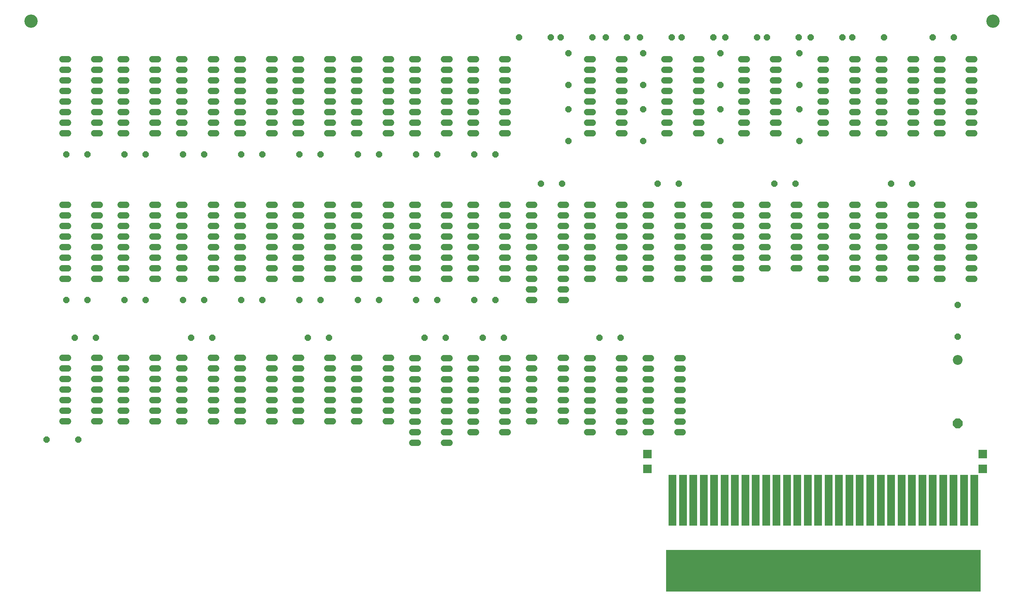
<source format=gts>
G75*
%MOIN*%
%OFA0B0*%
%FSLAX25Y25*%
%IPPOS*%
%LPD*%
%AMOC8*
5,1,8,0,0,1.08239X$1,22.5*
%
%ADD10C,0.12611*%
%ADD11R,2.97244X0.39370*%
%ADD12R,0.07874X0.07874*%
%ADD13R,0.07493X0.48044*%
%ADD14C,0.06000*%
%ADD15OC8,0.06000*%
%ADD16C,0.09300*%
%ADD17OC8,0.09300*%
D10*
X0021079Y0544370D03*
X0930528Y0544370D03*
D11*
X0770094Y0024685D03*
D12*
X0920685Y0121142D03*
X0920685Y0134921D03*
X0603756Y0134921D03*
X0603756Y0121142D03*
D13*
X0627378Y0091220D03*
X0637220Y0091220D03*
X0647063Y0091220D03*
X0656906Y0091220D03*
X0666748Y0091220D03*
X0676591Y0091220D03*
X0686433Y0091220D03*
X0696276Y0091220D03*
X0706118Y0091220D03*
X0715961Y0091220D03*
X0725803Y0091220D03*
X0735646Y0091220D03*
X0745488Y0091220D03*
X0755331Y0091220D03*
X0765173Y0091220D03*
X0775016Y0091220D03*
X0784858Y0091220D03*
X0794701Y0091220D03*
X0804543Y0091220D03*
X0814386Y0091220D03*
X0824228Y0091220D03*
X0834071Y0091220D03*
X0843913Y0091220D03*
X0853756Y0091220D03*
X0863598Y0091220D03*
X0873441Y0091220D03*
X0883283Y0091220D03*
X0893126Y0091220D03*
X0902969Y0091220D03*
X0912811Y0091220D03*
D14*
X0637104Y0155827D02*
X0631904Y0155827D01*
X0631904Y0165827D02*
X0637104Y0165827D01*
X0637104Y0175827D02*
X0631904Y0175827D01*
X0631904Y0185827D02*
X0637104Y0185827D01*
X0637104Y0195827D02*
X0631904Y0195827D01*
X0631904Y0205827D02*
X0637104Y0205827D01*
X0637104Y0215827D02*
X0631904Y0215827D01*
X0631904Y0225827D02*
X0637104Y0225827D01*
X0607104Y0225827D02*
X0601904Y0225827D01*
X0601904Y0215827D02*
X0607104Y0215827D01*
X0607104Y0205827D02*
X0601904Y0205827D01*
X0601904Y0195827D02*
X0607104Y0195827D01*
X0607104Y0185827D02*
X0601904Y0185827D01*
X0601904Y0175827D02*
X0607104Y0175827D01*
X0607104Y0165827D02*
X0601904Y0165827D01*
X0601904Y0155827D02*
X0607104Y0155827D01*
X0581986Y0155827D02*
X0576786Y0155827D01*
X0576786Y0165827D02*
X0581986Y0165827D01*
X0581986Y0175827D02*
X0576786Y0175827D01*
X0576786Y0185827D02*
X0581986Y0185827D01*
X0581986Y0195827D02*
X0576786Y0195827D01*
X0576786Y0205827D02*
X0581986Y0205827D01*
X0581986Y0215827D02*
X0576786Y0215827D01*
X0576786Y0225827D02*
X0581986Y0225827D01*
X0551986Y0225827D02*
X0546786Y0225827D01*
X0546786Y0215827D02*
X0551986Y0215827D01*
X0551986Y0205827D02*
X0546786Y0205827D01*
X0546786Y0195827D02*
X0551986Y0195827D01*
X0551986Y0185827D02*
X0546786Y0185827D01*
X0546786Y0175827D02*
X0551986Y0175827D01*
X0551986Y0165827D02*
X0546786Y0165827D01*
X0546786Y0155827D02*
X0551986Y0155827D01*
X0526868Y0165945D02*
X0521668Y0165945D01*
X0521668Y0175945D02*
X0526868Y0175945D01*
X0526868Y0185945D02*
X0521668Y0185945D01*
X0521668Y0195945D02*
X0526868Y0195945D01*
X0526868Y0205945D02*
X0521668Y0205945D01*
X0521668Y0215945D02*
X0526868Y0215945D01*
X0526868Y0225945D02*
X0521668Y0225945D01*
X0496868Y0225945D02*
X0491668Y0225945D01*
X0491668Y0215945D02*
X0496868Y0215945D01*
X0496868Y0205945D02*
X0491668Y0205945D01*
X0491668Y0195945D02*
X0496868Y0195945D01*
X0496868Y0185945D02*
X0491668Y0185945D01*
X0491668Y0175945D02*
X0496868Y0175945D01*
X0496868Y0165945D02*
X0491668Y0165945D01*
X0471750Y0165827D02*
X0466550Y0165827D01*
X0466550Y0175827D02*
X0471750Y0175827D01*
X0471750Y0185827D02*
X0466550Y0185827D01*
X0466550Y0195827D02*
X0471750Y0195827D01*
X0471750Y0205827D02*
X0466550Y0205827D01*
X0466550Y0215827D02*
X0471750Y0215827D01*
X0471750Y0225827D02*
X0466550Y0225827D01*
X0441750Y0225827D02*
X0436550Y0225827D01*
X0436550Y0215827D02*
X0441750Y0215827D01*
X0441750Y0205827D02*
X0436550Y0205827D01*
X0436550Y0195827D02*
X0441750Y0195827D01*
X0441750Y0185827D02*
X0436550Y0185827D01*
X0436550Y0175827D02*
X0441750Y0175827D01*
X0441750Y0165827D02*
X0436550Y0165827D01*
X0436550Y0155827D02*
X0441750Y0155827D01*
X0466550Y0155827D02*
X0471750Y0155827D01*
X0416631Y0155827D02*
X0411431Y0155827D01*
X0411431Y0165827D02*
X0416631Y0165827D01*
X0416631Y0175827D02*
X0411431Y0175827D01*
X0411431Y0185827D02*
X0416631Y0185827D01*
X0416631Y0195827D02*
X0411431Y0195827D01*
X0411431Y0205827D02*
X0416631Y0205827D01*
X0416631Y0215827D02*
X0411431Y0215827D01*
X0411431Y0225827D02*
X0416631Y0225827D01*
X0386631Y0225827D02*
X0381431Y0225827D01*
X0381431Y0215827D02*
X0386631Y0215827D01*
X0386631Y0205827D02*
X0381431Y0205827D01*
X0381431Y0195827D02*
X0386631Y0195827D01*
X0386631Y0185827D02*
X0381431Y0185827D01*
X0381431Y0175827D02*
X0386631Y0175827D01*
X0386631Y0165827D02*
X0381431Y0165827D01*
X0381431Y0155827D02*
X0386631Y0155827D01*
X0386631Y0145827D02*
X0381431Y0145827D01*
X0411431Y0145827D02*
X0416631Y0145827D01*
X0361513Y0165945D02*
X0356313Y0165945D01*
X0356313Y0175945D02*
X0361513Y0175945D01*
X0361513Y0185945D02*
X0356313Y0185945D01*
X0356313Y0195945D02*
X0361513Y0195945D01*
X0361513Y0205945D02*
X0356313Y0205945D01*
X0356313Y0215945D02*
X0361513Y0215945D01*
X0361513Y0225945D02*
X0356313Y0225945D01*
X0331513Y0225945D02*
X0326313Y0225945D01*
X0326313Y0215945D02*
X0331513Y0215945D01*
X0331513Y0205945D02*
X0326313Y0205945D01*
X0326313Y0195945D02*
X0331513Y0195945D01*
X0331513Y0185945D02*
X0326313Y0185945D01*
X0326313Y0175945D02*
X0331513Y0175945D01*
X0331513Y0165945D02*
X0326313Y0165945D01*
X0306395Y0165945D02*
X0301195Y0165945D01*
X0301195Y0175945D02*
X0306395Y0175945D01*
X0306395Y0185945D02*
X0301195Y0185945D01*
X0301195Y0195945D02*
X0306395Y0195945D01*
X0306395Y0205945D02*
X0301195Y0205945D01*
X0301195Y0215945D02*
X0306395Y0215945D01*
X0306395Y0225945D02*
X0301195Y0225945D01*
X0276395Y0225945D02*
X0271195Y0225945D01*
X0271195Y0215945D02*
X0276395Y0215945D01*
X0276395Y0205945D02*
X0271195Y0205945D01*
X0271195Y0195945D02*
X0276395Y0195945D01*
X0276395Y0185945D02*
X0271195Y0185945D01*
X0271195Y0175945D02*
X0276395Y0175945D01*
X0276395Y0165945D02*
X0271195Y0165945D01*
X0251277Y0165945D02*
X0246077Y0165945D01*
X0246077Y0175945D02*
X0251277Y0175945D01*
X0251277Y0185945D02*
X0246077Y0185945D01*
X0246077Y0195945D02*
X0251277Y0195945D01*
X0251277Y0205945D02*
X0246077Y0205945D01*
X0246077Y0215945D02*
X0251277Y0215945D01*
X0251277Y0225945D02*
X0246077Y0225945D01*
X0221277Y0225945D02*
X0216077Y0225945D01*
X0216077Y0215945D02*
X0221277Y0215945D01*
X0221277Y0205945D02*
X0216077Y0205945D01*
X0216077Y0195945D02*
X0221277Y0195945D01*
X0221277Y0185945D02*
X0216077Y0185945D01*
X0216077Y0175945D02*
X0221277Y0175945D01*
X0221277Y0165945D02*
X0216077Y0165945D01*
X0196159Y0165945D02*
X0190959Y0165945D01*
X0190959Y0175945D02*
X0196159Y0175945D01*
X0196159Y0185945D02*
X0190959Y0185945D01*
X0190959Y0195945D02*
X0196159Y0195945D01*
X0196159Y0205945D02*
X0190959Y0205945D01*
X0190959Y0215945D02*
X0196159Y0215945D01*
X0196159Y0225945D02*
X0190959Y0225945D01*
X0166159Y0225945D02*
X0160959Y0225945D01*
X0160959Y0215945D02*
X0166159Y0215945D01*
X0166159Y0205945D02*
X0160959Y0205945D01*
X0160959Y0195945D02*
X0166159Y0195945D01*
X0166159Y0185945D02*
X0160959Y0185945D01*
X0160959Y0175945D02*
X0166159Y0175945D01*
X0166159Y0165945D02*
X0160959Y0165945D01*
X0141041Y0165945D02*
X0135841Y0165945D01*
X0135841Y0175945D02*
X0141041Y0175945D01*
X0141041Y0185945D02*
X0135841Y0185945D01*
X0135841Y0195945D02*
X0141041Y0195945D01*
X0141041Y0205945D02*
X0135841Y0205945D01*
X0135841Y0215945D02*
X0141041Y0215945D01*
X0141041Y0225945D02*
X0135841Y0225945D01*
X0111041Y0225945D02*
X0105841Y0225945D01*
X0105841Y0215945D02*
X0111041Y0215945D01*
X0111041Y0205945D02*
X0105841Y0205945D01*
X0105841Y0195945D02*
X0111041Y0195945D01*
X0111041Y0185945D02*
X0105841Y0185945D01*
X0105841Y0175945D02*
X0111041Y0175945D01*
X0111041Y0165945D02*
X0105841Y0165945D01*
X0085923Y0165945D02*
X0080723Y0165945D01*
X0080723Y0175945D02*
X0085923Y0175945D01*
X0085923Y0185945D02*
X0080723Y0185945D01*
X0080723Y0195945D02*
X0085923Y0195945D01*
X0085923Y0205945D02*
X0080723Y0205945D01*
X0080723Y0215945D02*
X0085923Y0215945D01*
X0085923Y0225945D02*
X0080723Y0225945D01*
X0055923Y0225945D02*
X0050723Y0225945D01*
X0050723Y0215945D02*
X0055923Y0215945D01*
X0055923Y0205945D02*
X0050723Y0205945D01*
X0050723Y0195945D02*
X0055923Y0195945D01*
X0055923Y0185945D02*
X0050723Y0185945D01*
X0050723Y0175945D02*
X0055923Y0175945D01*
X0055923Y0165945D02*
X0050723Y0165945D01*
X0050723Y0300709D02*
X0055923Y0300709D01*
X0055923Y0310709D02*
X0050723Y0310709D01*
X0050723Y0320709D02*
X0055923Y0320709D01*
X0055923Y0330709D02*
X0050723Y0330709D01*
X0050723Y0340709D02*
X0055923Y0340709D01*
X0055923Y0350709D02*
X0050723Y0350709D01*
X0050723Y0360709D02*
X0055923Y0360709D01*
X0055923Y0370709D02*
X0050723Y0370709D01*
X0080723Y0370709D02*
X0085923Y0370709D01*
X0085923Y0360709D02*
X0080723Y0360709D01*
X0080723Y0350709D02*
X0085923Y0350709D01*
X0085923Y0340709D02*
X0080723Y0340709D01*
X0080723Y0330709D02*
X0085923Y0330709D01*
X0085923Y0320709D02*
X0080723Y0320709D01*
X0080723Y0310709D02*
X0085923Y0310709D01*
X0085923Y0300709D02*
X0080723Y0300709D01*
X0105841Y0300709D02*
X0111041Y0300709D01*
X0111041Y0310709D02*
X0105841Y0310709D01*
X0105841Y0320709D02*
X0111041Y0320709D01*
X0111041Y0330709D02*
X0105841Y0330709D01*
X0105841Y0340709D02*
X0111041Y0340709D01*
X0111041Y0350709D02*
X0105841Y0350709D01*
X0105841Y0360709D02*
X0111041Y0360709D01*
X0111041Y0370709D02*
X0105841Y0370709D01*
X0135841Y0370709D02*
X0141041Y0370709D01*
X0141041Y0360709D02*
X0135841Y0360709D01*
X0135841Y0350709D02*
X0141041Y0350709D01*
X0141041Y0340709D02*
X0135841Y0340709D01*
X0135841Y0330709D02*
X0141041Y0330709D01*
X0141041Y0320709D02*
X0135841Y0320709D01*
X0135841Y0310709D02*
X0141041Y0310709D01*
X0141041Y0300709D02*
X0135841Y0300709D01*
X0160959Y0300709D02*
X0166159Y0300709D01*
X0166159Y0310709D02*
X0160959Y0310709D01*
X0160959Y0320709D02*
X0166159Y0320709D01*
X0166159Y0330709D02*
X0160959Y0330709D01*
X0160959Y0340709D02*
X0166159Y0340709D01*
X0166159Y0350709D02*
X0160959Y0350709D01*
X0160959Y0360709D02*
X0166159Y0360709D01*
X0166159Y0370709D02*
X0160959Y0370709D01*
X0190959Y0370709D02*
X0196159Y0370709D01*
X0196159Y0360709D02*
X0190959Y0360709D01*
X0190959Y0350709D02*
X0196159Y0350709D01*
X0196159Y0340709D02*
X0190959Y0340709D01*
X0190959Y0330709D02*
X0196159Y0330709D01*
X0196159Y0320709D02*
X0190959Y0320709D01*
X0190959Y0310709D02*
X0196159Y0310709D01*
X0196159Y0300709D02*
X0190959Y0300709D01*
X0216077Y0300709D02*
X0221277Y0300709D01*
X0221277Y0310709D02*
X0216077Y0310709D01*
X0216077Y0320709D02*
X0221277Y0320709D01*
X0221277Y0330709D02*
X0216077Y0330709D01*
X0216077Y0340709D02*
X0221277Y0340709D01*
X0221277Y0350709D02*
X0216077Y0350709D01*
X0216077Y0360709D02*
X0221277Y0360709D01*
X0221277Y0370709D02*
X0216077Y0370709D01*
X0246077Y0370709D02*
X0251277Y0370709D01*
X0251277Y0360709D02*
X0246077Y0360709D01*
X0246077Y0350709D02*
X0251277Y0350709D01*
X0251277Y0340709D02*
X0246077Y0340709D01*
X0246077Y0330709D02*
X0251277Y0330709D01*
X0251277Y0320709D02*
X0246077Y0320709D01*
X0246077Y0310709D02*
X0251277Y0310709D01*
X0251277Y0300709D02*
X0246077Y0300709D01*
X0271195Y0300709D02*
X0276395Y0300709D01*
X0276395Y0310709D02*
X0271195Y0310709D01*
X0271195Y0320709D02*
X0276395Y0320709D01*
X0276395Y0330709D02*
X0271195Y0330709D01*
X0271195Y0340709D02*
X0276395Y0340709D01*
X0276395Y0350709D02*
X0271195Y0350709D01*
X0271195Y0360709D02*
X0276395Y0360709D01*
X0276395Y0370709D02*
X0271195Y0370709D01*
X0301195Y0370709D02*
X0306395Y0370709D01*
X0306395Y0360709D02*
X0301195Y0360709D01*
X0301195Y0350709D02*
X0306395Y0350709D01*
X0306395Y0340709D02*
X0301195Y0340709D01*
X0301195Y0330709D02*
X0306395Y0330709D01*
X0306395Y0320709D02*
X0301195Y0320709D01*
X0301195Y0310709D02*
X0306395Y0310709D01*
X0306395Y0300709D02*
X0301195Y0300709D01*
X0326313Y0300709D02*
X0331513Y0300709D01*
X0331513Y0310709D02*
X0326313Y0310709D01*
X0326313Y0320709D02*
X0331513Y0320709D01*
X0331513Y0330709D02*
X0326313Y0330709D01*
X0326313Y0340709D02*
X0331513Y0340709D01*
X0331513Y0350709D02*
X0326313Y0350709D01*
X0326313Y0360709D02*
X0331513Y0360709D01*
X0331513Y0370709D02*
X0326313Y0370709D01*
X0356313Y0370709D02*
X0361513Y0370709D01*
X0361513Y0360709D02*
X0356313Y0360709D01*
X0356313Y0350709D02*
X0361513Y0350709D01*
X0361513Y0340709D02*
X0356313Y0340709D01*
X0356313Y0330709D02*
X0361513Y0330709D01*
X0361513Y0320709D02*
X0356313Y0320709D01*
X0356313Y0310709D02*
X0361513Y0310709D01*
X0361513Y0300709D02*
X0356313Y0300709D01*
X0381431Y0300709D02*
X0386631Y0300709D01*
X0386631Y0310709D02*
X0381431Y0310709D01*
X0381431Y0320709D02*
X0386631Y0320709D01*
X0386631Y0330709D02*
X0381431Y0330709D01*
X0381431Y0340709D02*
X0386631Y0340709D01*
X0386631Y0350709D02*
X0381431Y0350709D01*
X0381431Y0360709D02*
X0386631Y0360709D01*
X0386631Y0370709D02*
X0381431Y0370709D01*
X0411431Y0370709D02*
X0416631Y0370709D01*
X0416631Y0360709D02*
X0411431Y0360709D01*
X0411431Y0350709D02*
X0416631Y0350709D01*
X0416631Y0340709D02*
X0411431Y0340709D01*
X0411431Y0330709D02*
X0416631Y0330709D01*
X0416631Y0320709D02*
X0411431Y0320709D01*
X0411431Y0310709D02*
X0416631Y0310709D01*
X0416631Y0300709D02*
X0411431Y0300709D01*
X0436550Y0300709D02*
X0441750Y0300709D01*
X0441750Y0310709D02*
X0436550Y0310709D01*
X0436550Y0320709D02*
X0441750Y0320709D01*
X0441750Y0330709D02*
X0436550Y0330709D01*
X0436550Y0340709D02*
X0441750Y0340709D01*
X0441750Y0350709D02*
X0436550Y0350709D01*
X0436550Y0360709D02*
X0441750Y0360709D01*
X0441750Y0370709D02*
X0436550Y0370709D01*
X0466550Y0370709D02*
X0471750Y0370709D01*
X0471750Y0360709D02*
X0466550Y0360709D01*
X0466550Y0350709D02*
X0471750Y0350709D01*
X0471750Y0340709D02*
X0466550Y0340709D01*
X0466550Y0330709D02*
X0471750Y0330709D01*
X0471750Y0320709D02*
X0466550Y0320709D01*
X0466550Y0310709D02*
X0471750Y0310709D01*
X0471750Y0300709D02*
X0466550Y0300709D01*
X0491668Y0300709D02*
X0496868Y0300709D01*
X0496868Y0310709D02*
X0491668Y0310709D01*
X0491668Y0320709D02*
X0496868Y0320709D01*
X0496868Y0330709D02*
X0491668Y0330709D01*
X0491668Y0340709D02*
X0496868Y0340709D01*
X0496868Y0350709D02*
X0491668Y0350709D01*
X0491668Y0360709D02*
X0496868Y0360709D01*
X0496868Y0370709D02*
X0491668Y0370709D01*
X0521668Y0370709D02*
X0526868Y0370709D01*
X0526868Y0360709D02*
X0521668Y0360709D01*
X0521668Y0350709D02*
X0526868Y0350709D01*
X0526868Y0340709D02*
X0521668Y0340709D01*
X0521668Y0330709D02*
X0526868Y0330709D01*
X0526868Y0320709D02*
X0521668Y0320709D01*
X0521668Y0310709D02*
X0526868Y0310709D01*
X0526868Y0300709D02*
X0521668Y0300709D01*
X0521668Y0290709D02*
X0526868Y0290709D01*
X0526868Y0280709D02*
X0521668Y0280709D01*
X0496868Y0280709D02*
X0491668Y0280709D01*
X0491668Y0290709D02*
X0496868Y0290709D01*
X0546786Y0300709D02*
X0551986Y0300709D01*
X0551986Y0310709D02*
X0546786Y0310709D01*
X0546786Y0320709D02*
X0551986Y0320709D01*
X0551986Y0330709D02*
X0546786Y0330709D01*
X0546786Y0340709D02*
X0551986Y0340709D01*
X0551986Y0350709D02*
X0546786Y0350709D01*
X0546786Y0360709D02*
X0551986Y0360709D01*
X0551986Y0370709D02*
X0546786Y0370709D01*
X0576786Y0370709D02*
X0581986Y0370709D01*
X0581986Y0360709D02*
X0576786Y0360709D01*
X0576786Y0350709D02*
X0581986Y0350709D01*
X0581986Y0340709D02*
X0576786Y0340709D01*
X0576786Y0330709D02*
X0581986Y0330709D01*
X0581986Y0320709D02*
X0576786Y0320709D01*
X0576786Y0310709D02*
X0581986Y0310709D01*
X0581986Y0300709D02*
X0576786Y0300709D01*
X0601904Y0300709D02*
X0607104Y0300709D01*
X0607104Y0310709D02*
X0601904Y0310709D01*
X0601904Y0320709D02*
X0607104Y0320709D01*
X0607104Y0330709D02*
X0601904Y0330709D01*
X0601904Y0340709D02*
X0607104Y0340709D01*
X0607104Y0350709D02*
X0601904Y0350709D01*
X0601904Y0360709D02*
X0607104Y0360709D01*
X0607104Y0370709D02*
X0601904Y0370709D01*
X0631904Y0370709D02*
X0637104Y0370709D01*
X0637104Y0360709D02*
X0631904Y0360709D01*
X0631904Y0350709D02*
X0637104Y0350709D01*
X0637104Y0340709D02*
X0631904Y0340709D01*
X0631904Y0330709D02*
X0637104Y0330709D01*
X0637104Y0320709D02*
X0631904Y0320709D01*
X0631904Y0310709D02*
X0637104Y0310709D01*
X0637104Y0300709D02*
X0631904Y0300709D01*
X0657022Y0300709D02*
X0662222Y0300709D01*
X0662222Y0310709D02*
X0657022Y0310709D01*
X0657022Y0320709D02*
X0662222Y0320709D01*
X0662222Y0330709D02*
X0657022Y0330709D01*
X0657022Y0340709D02*
X0662222Y0340709D01*
X0662222Y0350709D02*
X0657022Y0350709D01*
X0657022Y0360709D02*
X0662222Y0360709D01*
X0662222Y0370709D02*
X0657022Y0370709D01*
X0687022Y0370709D02*
X0692222Y0370709D01*
X0692222Y0360709D02*
X0687022Y0360709D01*
X0687022Y0350709D02*
X0692222Y0350709D01*
X0692222Y0340709D02*
X0687022Y0340709D01*
X0687022Y0330709D02*
X0692222Y0330709D01*
X0692222Y0320709D02*
X0687022Y0320709D01*
X0687022Y0310709D02*
X0692222Y0310709D01*
X0692222Y0300709D02*
X0687022Y0300709D01*
X0712140Y0310827D02*
X0717340Y0310827D01*
X0717340Y0320827D02*
X0712140Y0320827D01*
X0712140Y0330827D02*
X0717340Y0330827D01*
X0717340Y0340827D02*
X0712140Y0340827D01*
X0712140Y0350827D02*
X0717340Y0350827D01*
X0717340Y0360827D02*
X0712140Y0360827D01*
X0712140Y0370827D02*
X0717340Y0370827D01*
X0742140Y0370827D02*
X0747340Y0370827D01*
X0747340Y0360827D02*
X0742140Y0360827D01*
X0742140Y0350827D02*
X0747340Y0350827D01*
X0747340Y0340827D02*
X0742140Y0340827D01*
X0742140Y0330827D02*
X0747340Y0330827D01*
X0747340Y0320827D02*
X0742140Y0320827D01*
X0742140Y0310827D02*
X0747340Y0310827D01*
X0767258Y0310709D02*
X0772458Y0310709D01*
X0772458Y0300709D02*
X0767258Y0300709D01*
X0767258Y0320709D02*
X0772458Y0320709D01*
X0772458Y0330709D02*
X0767258Y0330709D01*
X0767258Y0340709D02*
X0772458Y0340709D01*
X0772458Y0350709D02*
X0767258Y0350709D01*
X0767258Y0360709D02*
X0772458Y0360709D01*
X0772458Y0370709D02*
X0767258Y0370709D01*
X0797258Y0370709D02*
X0802458Y0370709D01*
X0802458Y0360709D02*
X0797258Y0360709D01*
X0797258Y0350709D02*
X0802458Y0350709D01*
X0802458Y0340709D02*
X0797258Y0340709D01*
X0797258Y0330709D02*
X0802458Y0330709D01*
X0802458Y0320709D02*
X0797258Y0320709D01*
X0797258Y0310709D02*
X0802458Y0310709D01*
X0802458Y0300709D02*
X0797258Y0300709D01*
X0822376Y0300709D02*
X0827576Y0300709D01*
X0827576Y0310709D02*
X0822376Y0310709D01*
X0822376Y0320709D02*
X0827576Y0320709D01*
X0827576Y0330709D02*
X0822376Y0330709D01*
X0822376Y0340709D02*
X0827576Y0340709D01*
X0827576Y0350709D02*
X0822376Y0350709D01*
X0822376Y0360709D02*
X0827576Y0360709D01*
X0827576Y0370709D02*
X0822376Y0370709D01*
X0852376Y0370709D02*
X0857576Y0370709D01*
X0857576Y0360709D02*
X0852376Y0360709D01*
X0852376Y0350709D02*
X0857576Y0350709D01*
X0857576Y0340709D02*
X0852376Y0340709D01*
X0852376Y0330709D02*
X0857576Y0330709D01*
X0857576Y0320709D02*
X0852376Y0320709D01*
X0852376Y0310709D02*
X0857576Y0310709D01*
X0857576Y0300709D02*
X0852376Y0300709D01*
X0877494Y0300709D02*
X0882694Y0300709D01*
X0882694Y0310709D02*
X0877494Y0310709D01*
X0877494Y0320709D02*
X0882694Y0320709D01*
X0882694Y0330709D02*
X0877494Y0330709D01*
X0877494Y0340709D02*
X0882694Y0340709D01*
X0882694Y0350709D02*
X0877494Y0350709D01*
X0877494Y0360709D02*
X0882694Y0360709D01*
X0882694Y0370709D02*
X0877494Y0370709D01*
X0907494Y0370709D02*
X0912694Y0370709D01*
X0912694Y0360709D02*
X0907494Y0360709D01*
X0907494Y0350709D02*
X0912694Y0350709D01*
X0912694Y0340709D02*
X0907494Y0340709D01*
X0907494Y0330709D02*
X0912694Y0330709D01*
X0912694Y0320709D02*
X0907494Y0320709D01*
X0907494Y0310709D02*
X0912694Y0310709D01*
X0912694Y0300709D02*
X0907494Y0300709D01*
X0907494Y0438504D02*
X0912694Y0438504D01*
X0912694Y0448504D02*
X0907494Y0448504D01*
X0907494Y0458504D02*
X0912694Y0458504D01*
X0912694Y0468504D02*
X0907494Y0468504D01*
X0907494Y0478504D02*
X0912694Y0478504D01*
X0912694Y0488504D02*
X0907494Y0488504D01*
X0907494Y0498504D02*
X0912694Y0498504D01*
X0912694Y0508504D02*
X0907494Y0508504D01*
X0882694Y0508504D02*
X0877494Y0508504D01*
X0877494Y0498504D02*
X0882694Y0498504D01*
X0882694Y0488504D02*
X0877494Y0488504D01*
X0877494Y0478504D02*
X0882694Y0478504D01*
X0882694Y0468504D02*
X0877494Y0468504D01*
X0877494Y0458504D02*
X0882694Y0458504D01*
X0882694Y0448504D02*
X0877494Y0448504D01*
X0877494Y0438504D02*
X0882694Y0438504D01*
X0857576Y0438504D02*
X0852376Y0438504D01*
X0852376Y0448504D02*
X0857576Y0448504D01*
X0857576Y0458504D02*
X0852376Y0458504D01*
X0852376Y0468504D02*
X0857576Y0468504D01*
X0857576Y0478504D02*
X0852376Y0478504D01*
X0852376Y0488504D02*
X0857576Y0488504D01*
X0857576Y0498504D02*
X0852376Y0498504D01*
X0852376Y0508504D02*
X0857576Y0508504D01*
X0827576Y0508504D02*
X0822376Y0508504D01*
X0822376Y0498504D02*
X0827576Y0498504D01*
X0827576Y0488504D02*
X0822376Y0488504D01*
X0822376Y0478504D02*
X0827576Y0478504D01*
X0827576Y0468504D02*
X0822376Y0468504D01*
X0822376Y0458504D02*
X0827576Y0458504D01*
X0827576Y0448504D02*
X0822376Y0448504D01*
X0822376Y0438504D02*
X0827576Y0438504D01*
X0802458Y0438504D02*
X0797258Y0438504D01*
X0797258Y0448504D02*
X0802458Y0448504D01*
X0802458Y0458504D02*
X0797258Y0458504D01*
X0797258Y0468504D02*
X0802458Y0468504D01*
X0802458Y0478504D02*
X0797258Y0478504D01*
X0797258Y0488504D02*
X0802458Y0488504D01*
X0802458Y0498504D02*
X0797258Y0498504D01*
X0797258Y0508504D02*
X0802458Y0508504D01*
X0772458Y0508504D02*
X0767258Y0508504D01*
X0767258Y0498504D02*
X0772458Y0498504D01*
X0772458Y0488504D02*
X0767258Y0488504D01*
X0767258Y0478504D02*
X0772458Y0478504D01*
X0772458Y0468504D02*
X0767258Y0468504D01*
X0767258Y0458504D02*
X0772458Y0458504D01*
X0772458Y0448504D02*
X0767258Y0448504D01*
X0767258Y0438504D02*
X0772458Y0438504D01*
X0727655Y0438504D02*
X0722455Y0438504D01*
X0722455Y0448504D02*
X0727655Y0448504D01*
X0727655Y0458504D02*
X0722455Y0458504D01*
X0722455Y0468504D02*
X0727655Y0468504D01*
X0727655Y0478504D02*
X0722455Y0478504D01*
X0722455Y0488504D02*
X0727655Y0488504D01*
X0727655Y0498504D02*
X0722455Y0498504D01*
X0722455Y0508504D02*
X0727655Y0508504D01*
X0697655Y0508504D02*
X0692455Y0508504D01*
X0692455Y0498504D02*
X0697655Y0498504D01*
X0697655Y0488504D02*
X0692455Y0488504D01*
X0692455Y0478504D02*
X0697655Y0478504D01*
X0697655Y0468504D02*
X0692455Y0468504D01*
X0692455Y0458504D02*
X0697655Y0458504D01*
X0697655Y0448504D02*
X0692455Y0448504D01*
X0692455Y0438504D02*
X0697655Y0438504D01*
X0654820Y0438504D02*
X0649620Y0438504D01*
X0649620Y0448504D02*
X0654820Y0448504D01*
X0654820Y0458504D02*
X0649620Y0458504D01*
X0649620Y0468504D02*
X0654820Y0468504D01*
X0654820Y0478504D02*
X0649620Y0478504D01*
X0649620Y0488504D02*
X0654820Y0488504D01*
X0654820Y0498504D02*
X0649620Y0498504D01*
X0649620Y0508504D02*
X0654820Y0508504D01*
X0624820Y0508504D02*
X0619620Y0508504D01*
X0619620Y0498504D02*
X0624820Y0498504D01*
X0624820Y0488504D02*
X0619620Y0488504D01*
X0619620Y0478504D02*
X0624820Y0478504D01*
X0624820Y0468504D02*
X0619620Y0468504D01*
X0619620Y0458504D02*
X0624820Y0458504D01*
X0624820Y0448504D02*
X0619620Y0448504D01*
X0619620Y0438504D02*
X0624820Y0438504D01*
X0581986Y0438504D02*
X0576786Y0438504D01*
X0576786Y0448504D02*
X0581986Y0448504D01*
X0581986Y0458504D02*
X0576786Y0458504D01*
X0576786Y0468504D02*
X0581986Y0468504D01*
X0581986Y0478504D02*
X0576786Y0478504D01*
X0576786Y0488504D02*
X0581986Y0488504D01*
X0581986Y0498504D02*
X0576786Y0498504D01*
X0576786Y0508504D02*
X0581986Y0508504D01*
X0551986Y0508504D02*
X0546786Y0508504D01*
X0546786Y0498504D02*
X0551986Y0498504D01*
X0551986Y0488504D02*
X0546786Y0488504D01*
X0546786Y0478504D02*
X0551986Y0478504D01*
X0551986Y0468504D02*
X0546786Y0468504D01*
X0546786Y0458504D02*
X0551986Y0458504D01*
X0551986Y0448504D02*
X0546786Y0448504D01*
X0546786Y0438504D02*
X0551986Y0438504D01*
X0471750Y0438504D02*
X0466550Y0438504D01*
X0466550Y0448504D02*
X0471750Y0448504D01*
X0471750Y0458504D02*
X0466550Y0458504D01*
X0466550Y0468504D02*
X0471750Y0468504D01*
X0471750Y0478504D02*
X0466550Y0478504D01*
X0466550Y0488504D02*
X0471750Y0488504D01*
X0471750Y0498504D02*
X0466550Y0498504D01*
X0466550Y0508504D02*
X0471750Y0508504D01*
X0441750Y0508504D02*
X0436550Y0508504D01*
X0436550Y0498504D02*
X0441750Y0498504D01*
X0441750Y0488504D02*
X0436550Y0488504D01*
X0436550Y0478504D02*
X0441750Y0478504D01*
X0441750Y0468504D02*
X0436550Y0468504D01*
X0436550Y0458504D02*
X0441750Y0458504D01*
X0441750Y0448504D02*
X0436550Y0448504D01*
X0436550Y0438504D02*
X0441750Y0438504D01*
X0416631Y0438504D02*
X0411431Y0438504D01*
X0411431Y0448504D02*
X0416631Y0448504D01*
X0416631Y0458504D02*
X0411431Y0458504D01*
X0411431Y0468504D02*
X0416631Y0468504D01*
X0416631Y0478504D02*
X0411431Y0478504D01*
X0411431Y0488504D02*
X0416631Y0488504D01*
X0416631Y0498504D02*
X0411431Y0498504D01*
X0411431Y0508504D02*
X0416631Y0508504D01*
X0386631Y0508504D02*
X0381431Y0508504D01*
X0381431Y0498504D02*
X0386631Y0498504D01*
X0386631Y0488504D02*
X0381431Y0488504D01*
X0381431Y0478504D02*
X0386631Y0478504D01*
X0386631Y0468504D02*
X0381431Y0468504D01*
X0381431Y0458504D02*
X0386631Y0458504D01*
X0386631Y0448504D02*
X0381431Y0448504D01*
X0381431Y0438504D02*
X0386631Y0438504D01*
X0361513Y0438504D02*
X0356313Y0438504D01*
X0356313Y0448504D02*
X0361513Y0448504D01*
X0361513Y0458504D02*
X0356313Y0458504D01*
X0356313Y0468504D02*
X0361513Y0468504D01*
X0361513Y0478504D02*
X0356313Y0478504D01*
X0356313Y0488504D02*
X0361513Y0488504D01*
X0361513Y0498504D02*
X0356313Y0498504D01*
X0356313Y0508504D02*
X0361513Y0508504D01*
X0331513Y0508504D02*
X0326313Y0508504D01*
X0326313Y0498504D02*
X0331513Y0498504D01*
X0331513Y0488504D02*
X0326313Y0488504D01*
X0326313Y0478504D02*
X0331513Y0478504D01*
X0331513Y0468504D02*
X0326313Y0468504D01*
X0326313Y0458504D02*
X0331513Y0458504D01*
X0331513Y0448504D02*
X0326313Y0448504D01*
X0326313Y0438504D02*
X0331513Y0438504D01*
X0306395Y0438504D02*
X0301195Y0438504D01*
X0301195Y0448504D02*
X0306395Y0448504D01*
X0306395Y0458504D02*
X0301195Y0458504D01*
X0301195Y0468504D02*
X0306395Y0468504D01*
X0306395Y0478504D02*
X0301195Y0478504D01*
X0301195Y0488504D02*
X0306395Y0488504D01*
X0306395Y0498504D02*
X0301195Y0498504D01*
X0301195Y0508504D02*
X0306395Y0508504D01*
X0276395Y0508504D02*
X0271195Y0508504D01*
X0271195Y0498504D02*
X0276395Y0498504D01*
X0276395Y0488504D02*
X0271195Y0488504D01*
X0271195Y0478504D02*
X0276395Y0478504D01*
X0276395Y0468504D02*
X0271195Y0468504D01*
X0271195Y0458504D02*
X0276395Y0458504D01*
X0276395Y0448504D02*
X0271195Y0448504D01*
X0271195Y0438504D02*
X0276395Y0438504D01*
X0251277Y0438504D02*
X0246077Y0438504D01*
X0246077Y0448504D02*
X0251277Y0448504D01*
X0251277Y0458504D02*
X0246077Y0458504D01*
X0246077Y0468504D02*
X0251277Y0468504D01*
X0251277Y0478504D02*
X0246077Y0478504D01*
X0246077Y0488504D02*
X0251277Y0488504D01*
X0251277Y0498504D02*
X0246077Y0498504D01*
X0246077Y0508504D02*
X0251277Y0508504D01*
X0221277Y0508504D02*
X0216077Y0508504D01*
X0216077Y0498504D02*
X0221277Y0498504D01*
X0221277Y0488504D02*
X0216077Y0488504D01*
X0216077Y0478504D02*
X0221277Y0478504D01*
X0221277Y0468504D02*
X0216077Y0468504D01*
X0216077Y0458504D02*
X0221277Y0458504D01*
X0221277Y0448504D02*
X0216077Y0448504D01*
X0216077Y0438504D02*
X0221277Y0438504D01*
X0196159Y0438504D02*
X0190959Y0438504D01*
X0190959Y0448504D02*
X0196159Y0448504D01*
X0196159Y0458504D02*
X0190959Y0458504D01*
X0190959Y0468504D02*
X0196159Y0468504D01*
X0196159Y0478504D02*
X0190959Y0478504D01*
X0190959Y0488504D02*
X0196159Y0488504D01*
X0196159Y0498504D02*
X0190959Y0498504D01*
X0190959Y0508504D02*
X0196159Y0508504D01*
X0166159Y0508504D02*
X0160959Y0508504D01*
X0160959Y0498504D02*
X0166159Y0498504D01*
X0166159Y0488504D02*
X0160959Y0488504D01*
X0160959Y0478504D02*
X0166159Y0478504D01*
X0166159Y0468504D02*
X0160959Y0468504D01*
X0160959Y0458504D02*
X0166159Y0458504D01*
X0166159Y0448504D02*
X0160959Y0448504D01*
X0160959Y0438504D02*
X0166159Y0438504D01*
X0141041Y0438504D02*
X0135841Y0438504D01*
X0135841Y0448504D02*
X0141041Y0448504D01*
X0141041Y0458504D02*
X0135841Y0458504D01*
X0135841Y0468504D02*
X0141041Y0468504D01*
X0141041Y0478504D02*
X0135841Y0478504D01*
X0135841Y0488504D02*
X0141041Y0488504D01*
X0141041Y0498504D02*
X0135841Y0498504D01*
X0135841Y0508504D02*
X0141041Y0508504D01*
X0111041Y0508504D02*
X0105841Y0508504D01*
X0105841Y0498504D02*
X0111041Y0498504D01*
X0111041Y0488504D02*
X0105841Y0488504D01*
X0105841Y0478504D02*
X0111041Y0478504D01*
X0111041Y0468504D02*
X0105841Y0468504D01*
X0105841Y0458504D02*
X0111041Y0458504D01*
X0111041Y0448504D02*
X0105841Y0448504D01*
X0105841Y0438504D02*
X0111041Y0438504D01*
X0085923Y0438504D02*
X0080723Y0438504D01*
X0080723Y0448504D02*
X0085923Y0448504D01*
X0085923Y0458504D02*
X0080723Y0458504D01*
X0080723Y0468504D02*
X0085923Y0468504D01*
X0085923Y0478504D02*
X0080723Y0478504D01*
X0080723Y0488504D02*
X0085923Y0488504D01*
X0085923Y0498504D02*
X0080723Y0498504D01*
X0080723Y0508504D02*
X0085923Y0508504D01*
X0055923Y0508504D02*
X0050723Y0508504D01*
X0050723Y0498504D02*
X0055923Y0498504D01*
X0055923Y0488504D02*
X0050723Y0488504D01*
X0050723Y0478504D02*
X0055923Y0478504D01*
X0055923Y0468504D02*
X0050723Y0468504D01*
X0050723Y0458504D02*
X0055923Y0458504D01*
X0055923Y0448504D02*
X0050723Y0448504D01*
X0050723Y0438504D02*
X0055923Y0438504D01*
D15*
X0035606Y0148701D03*
X0065606Y0148701D03*
X0062260Y0245157D03*
X0082260Y0245157D03*
X0074386Y0280591D03*
X0054386Y0280591D03*
X0109504Y0280591D03*
X0129504Y0280591D03*
X0164622Y0280591D03*
X0184622Y0280591D03*
X0219740Y0280591D03*
X0239740Y0280591D03*
X0274858Y0280591D03*
X0294858Y0280591D03*
X0329976Y0280591D03*
X0349976Y0280591D03*
X0385094Y0280591D03*
X0405094Y0280591D03*
X0440213Y0280591D03*
X0460213Y0280591D03*
X0468087Y0245157D03*
X0448087Y0245157D03*
X0412969Y0245157D03*
X0392969Y0245157D03*
X0302732Y0245157D03*
X0282732Y0245157D03*
X0192496Y0245157D03*
X0172496Y0245157D03*
X0164622Y0418386D03*
X0184622Y0418386D03*
X0219740Y0418386D03*
X0239740Y0418386D03*
X0274858Y0418386D03*
X0294858Y0418386D03*
X0329976Y0418386D03*
X0349976Y0418386D03*
X0385094Y0418386D03*
X0405094Y0418386D03*
X0440213Y0418386D03*
X0460213Y0418386D03*
X0503205Y0390827D03*
X0523205Y0390827D03*
X0528953Y0430945D03*
X0528953Y0460945D03*
X0528953Y0484094D03*
X0528953Y0514094D03*
X0521827Y0529016D03*
X0512457Y0529016D03*
X0482457Y0529016D03*
X0551827Y0529016D03*
X0564228Y0529016D03*
X0584228Y0529016D03*
X0596630Y0529016D03*
X0599819Y0514094D03*
X0626630Y0529016D03*
X0636000Y0529016D03*
X0666000Y0529016D03*
X0677339Y0529016D03*
X0672654Y0514094D03*
X0707339Y0529016D03*
X0716709Y0529016D03*
X0746709Y0529016D03*
X0758047Y0529016D03*
X0747457Y0514094D03*
X0788047Y0529016D03*
X0797417Y0529016D03*
X0827417Y0529016D03*
X0873283Y0529016D03*
X0893283Y0529016D03*
X0747457Y0484094D03*
X0747457Y0460945D03*
X0747457Y0430945D03*
X0743677Y0390827D03*
X0723677Y0390827D03*
X0672654Y0430945D03*
X0672654Y0460945D03*
X0672654Y0484094D03*
X0599819Y0484094D03*
X0599819Y0460945D03*
X0599819Y0430945D03*
X0613441Y0390827D03*
X0633441Y0390827D03*
X0833913Y0390827D03*
X0853913Y0390827D03*
X0897063Y0275906D03*
X0897063Y0245906D03*
X0578323Y0245157D03*
X0558323Y0245157D03*
X0129504Y0418386D03*
X0109504Y0418386D03*
X0074386Y0418386D03*
X0054386Y0418386D03*
D16*
X0897063Y0223976D03*
D17*
X0897063Y0163976D03*
M02*

</source>
